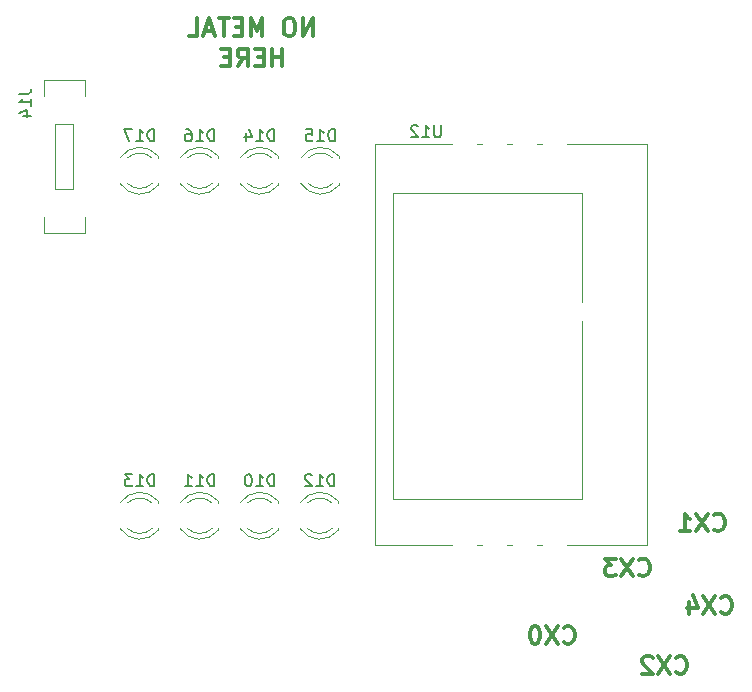
<source format=gbr>
G04 #@! TF.GenerationSoftware,KiCad,Pcbnew,(5.1.0)-1*
G04 #@! TF.CreationDate,2019-07-07T19:15:54+02:00*
G04 #@! TF.ProjectId,button_v1,62757474-6f6e-45f7-9631-2e6b69636164,rev?*
G04 #@! TF.SameCoordinates,Original*
G04 #@! TF.FileFunction,Legend,Bot*
G04 #@! TF.FilePolarity,Positive*
%FSLAX46Y46*%
G04 Gerber Fmt 4.6, Leading zero omitted, Abs format (unit mm)*
G04 Created by KiCad (PCBNEW (5.1.0)-1) date 2019-07-07 19:15:54*
%MOMM*%
%LPD*%
G04 APERTURE LIST*
%ADD10C,0.300000*%
%ADD11C,0.120000*%
%ADD12C,0.150000*%
%ADD13C,3.302000*%
%ADD14C,1.502000*%
%ADD15O,1.802000X1.802000*%
%ADD16R,1.802000X1.802000*%
%ADD17C,1.902000*%
%ADD18R,1.902000X1.902000*%
%ADD19O,2.102000X1.552000*%
%ADD20O,1.902000X1.252000*%
%ADD21O,0.902000X0.902000*%
%ADD22O,2.302000X1.702000*%
%ADD23C,1.302000*%
%ADD24R,1.602000X1.602000*%
%ADD25C,1.602000*%
%ADD26C,1.702000*%
%ADD27C,0.100000*%
%ADD28R,2.102000X4.702000*%
%ADD29R,2.102000X3.602000*%
%ADD30C,1.626000*%
%ADD31C,3.402000*%
%ADD32C,3.352000*%
%ADD33C,1.622000*%
%ADD34R,1.622000X1.622000*%
G04 APERTURE END LIST*
D10*
X140664285Y-102770714D02*
X140735714Y-102842142D01*
X140950000Y-102913571D01*
X141092857Y-102913571D01*
X141307142Y-102842142D01*
X141450000Y-102699285D01*
X141521428Y-102556428D01*
X141592857Y-102270714D01*
X141592857Y-102056428D01*
X141521428Y-101770714D01*
X141450000Y-101627857D01*
X141307142Y-101485000D01*
X141092857Y-101413571D01*
X140950000Y-101413571D01*
X140735714Y-101485000D01*
X140664285Y-101556428D01*
X140164285Y-101413571D02*
X139164285Y-102913571D01*
X139164285Y-101413571D02*
X140164285Y-102913571D01*
X137807142Y-102913571D02*
X138664285Y-102913571D01*
X138235714Y-102913571D02*
X138235714Y-101413571D01*
X138378571Y-101627857D01*
X138521428Y-101770714D01*
X138664285Y-101842142D01*
X134314285Y-106580714D02*
X134385714Y-106652142D01*
X134600000Y-106723571D01*
X134742857Y-106723571D01*
X134957142Y-106652142D01*
X135100000Y-106509285D01*
X135171428Y-106366428D01*
X135242857Y-106080714D01*
X135242857Y-105866428D01*
X135171428Y-105580714D01*
X135100000Y-105437857D01*
X134957142Y-105295000D01*
X134742857Y-105223571D01*
X134600000Y-105223571D01*
X134385714Y-105295000D01*
X134314285Y-105366428D01*
X133814285Y-105223571D02*
X132814285Y-106723571D01*
X132814285Y-105223571D02*
X133814285Y-106723571D01*
X132385714Y-105223571D02*
X131457142Y-105223571D01*
X131957142Y-105795000D01*
X131742857Y-105795000D01*
X131600000Y-105866428D01*
X131528571Y-105937857D01*
X131457142Y-106080714D01*
X131457142Y-106437857D01*
X131528571Y-106580714D01*
X131600000Y-106652142D01*
X131742857Y-106723571D01*
X132171428Y-106723571D01*
X132314285Y-106652142D01*
X132385714Y-106580714D01*
X141299285Y-109755714D02*
X141370714Y-109827142D01*
X141585000Y-109898571D01*
X141727857Y-109898571D01*
X141942142Y-109827142D01*
X142085000Y-109684285D01*
X142156428Y-109541428D01*
X142227857Y-109255714D01*
X142227857Y-109041428D01*
X142156428Y-108755714D01*
X142085000Y-108612857D01*
X141942142Y-108470000D01*
X141727857Y-108398571D01*
X141585000Y-108398571D01*
X141370714Y-108470000D01*
X141299285Y-108541428D01*
X140799285Y-108398571D02*
X139799285Y-109898571D01*
X139799285Y-108398571D02*
X140799285Y-109898571D01*
X138585000Y-108898571D02*
X138585000Y-109898571D01*
X138942142Y-108327142D02*
X139299285Y-109398571D01*
X138370714Y-109398571D01*
X137489285Y-114835714D02*
X137560714Y-114907142D01*
X137775000Y-114978571D01*
X137917857Y-114978571D01*
X138132142Y-114907142D01*
X138275000Y-114764285D01*
X138346428Y-114621428D01*
X138417857Y-114335714D01*
X138417857Y-114121428D01*
X138346428Y-113835714D01*
X138275000Y-113692857D01*
X138132142Y-113550000D01*
X137917857Y-113478571D01*
X137775000Y-113478571D01*
X137560714Y-113550000D01*
X137489285Y-113621428D01*
X136989285Y-113478571D02*
X135989285Y-114978571D01*
X135989285Y-113478571D02*
X136989285Y-114978571D01*
X135489285Y-113621428D02*
X135417857Y-113550000D01*
X135275000Y-113478571D01*
X134917857Y-113478571D01*
X134775000Y-113550000D01*
X134703571Y-113621428D01*
X134632142Y-113764285D01*
X134632142Y-113907142D01*
X134703571Y-114121428D01*
X135560714Y-114978571D01*
X134632142Y-114978571D01*
X127964285Y-112295714D02*
X128035714Y-112367142D01*
X128250000Y-112438571D01*
X128392857Y-112438571D01*
X128607142Y-112367142D01*
X128750000Y-112224285D01*
X128821428Y-112081428D01*
X128892857Y-111795714D01*
X128892857Y-111581428D01*
X128821428Y-111295714D01*
X128750000Y-111152857D01*
X128607142Y-111010000D01*
X128392857Y-110938571D01*
X128250000Y-110938571D01*
X128035714Y-111010000D01*
X127964285Y-111081428D01*
X127464285Y-110938571D02*
X126464285Y-112438571D01*
X126464285Y-110938571D02*
X127464285Y-112438571D01*
X125607142Y-110938571D02*
X125464285Y-110938571D01*
X125321428Y-111010000D01*
X125250000Y-111081428D01*
X125178571Y-111224285D01*
X125107142Y-111510000D01*
X125107142Y-111867142D01*
X125178571Y-112152857D01*
X125250000Y-112295714D01*
X125321428Y-112367142D01*
X125464285Y-112438571D01*
X125607142Y-112438571D01*
X125750000Y-112367142D01*
X125821428Y-112295714D01*
X125892857Y-112152857D01*
X125964285Y-111867142D01*
X125964285Y-111510000D01*
X125892857Y-111224285D01*
X125821428Y-111081428D01*
X125750000Y-111010000D01*
X125607142Y-110938571D01*
X106742857Y-60998571D02*
X106742857Y-59498571D01*
X105885714Y-60998571D01*
X105885714Y-59498571D01*
X104885714Y-59498571D02*
X104600000Y-59498571D01*
X104457142Y-59570000D01*
X104314285Y-59712857D01*
X104242857Y-59998571D01*
X104242857Y-60498571D01*
X104314285Y-60784285D01*
X104457142Y-60927142D01*
X104600000Y-60998571D01*
X104885714Y-60998571D01*
X105028571Y-60927142D01*
X105171428Y-60784285D01*
X105242857Y-60498571D01*
X105242857Y-59998571D01*
X105171428Y-59712857D01*
X105028571Y-59570000D01*
X104885714Y-59498571D01*
X102457142Y-60998571D02*
X102457142Y-59498571D01*
X101957142Y-60570000D01*
X101457142Y-59498571D01*
X101457142Y-60998571D01*
X100742857Y-60212857D02*
X100242857Y-60212857D01*
X100028571Y-60998571D02*
X100742857Y-60998571D01*
X100742857Y-59498571D01*
X100028571Y-59498571D01*
X99600000Y-59498571D02*
X98742857Y-59498571D01*
X99171428Y-60998571D02*
X99171428Y-59498571D01*
X98314285Y-60570000D02*
X97600000Y-60570000D01*
X98457142Y-60998571D02*
X97957142Y-59498571D01*
X97457142Y-60998571D01*
X96242857Y-60998571D02*
X96957142Y-60998571D01*
X96957142Y-59498571D01*
X104135714Y-63548571D02*
X104135714Y-62048571D01*
X104135714Y-62762857D02*
X103278571Y-62762857D01*
X103278571Y-63548571D02*
X103278571Y-62048571D01*
X102564285Y-62762857D02*
X102064285Y-62762857D01*
X101850000Y-63548571D02*
X102564285Y-63548571D01*
X102564285Y-62048571D01*
X101850000Y-62048571D01*
X100350000Y-63548571D02*
X100850000Y-62834285D01*
X101207142Y-63548571D02*
X101207142Y-62048571D01*
X100635714Y-62048571D01*
X100492857Y-62120000D01*
X100421428Y-62191428D01*
X100350000Y-62334285D01*
X100350000Y-62548571D01*
X100421428Y-62691428D01*
X100492857Y-62762857D01*
X100635714Y-62834285D01*
X101207142Y-62834285D01*
X99707142Y-62762857D02*
X99207142Y-62762857D01*
X98992857Y-63548571D02*
X99707142Y-63548571D01*
X99707142Y-62048571D01*
X98992857Y-62048571D01*
D11*
X91033870Y-73469837D02*
G75*
G03X93115961Y-73470000I1041130J1079837D01*
G01*
X91033870Y-71310163D02*
G75*
G02X93115961Y-71310000I1041130J-1079837D01*
G01*
X90402665Y-73468608D02*
G75*
G03X93635000Y-73625516I1672335J1078608D01*
G01*
X90402665Y-71311392D02*
G75*
G02X93635000Y-71154484I1672335J-1078608D01*
G01*
X93635000Y-73470000D02*
X93635000Y-73626000D01*
X93635000Y-71154000D02*
X93635000Y-71310000D01*
X96113870Y-73469837D02*
G75*
G03X98195961Y-73470000I1041130J1079837D01*
G01*
X96113870Y-71310163D02*
G75*
G02X98195961Y-71310000I1041130J-1079837D01*
G01*
X95482665Y-73468608D02*
G75*
G03X98715000Y-73625516I1672335J1078608D01*
G01*
X95482665Y-71311392D02*
G75*
G02X98715000Y-71154484I1672335J-1078608D01*
G01*
X98715000Y-73470000D02*
X98715000Y-73626000D01*
X98715000Y-71154000D02*
X98715000Y-71310000D01*
X106337370Y-73469837D02*
G75*
G03X108419461Y-73470000I1041130J1079837D01*
G01*
X106337370Y-71310163D02*
G75*
G02X108419461Y-71310000I1041130J-1079837D01*
G01*
X105706165Y-73468608D02*
G75*
G03X108938500Y-73625516I1672335J1078608D01*
G01*
X105706165Y-71311392D02*
G75*
G02X108938500Y-71154484I1672335J-1078608D01*
G01*
X108938500Y-73470000D02*
X108938500Y-73626000D01*
X108938500Y-71154000D02*
X108938500Y-71310000D01*
X101193870Y-73469837D02*
G75*
G03X103275961Y-73470000I1041130J1079837D01*
G01*
X101193870Y-71310163D02*
G75*
G02X103275961Y-71310000I1041130J-1079837D01*
G01*
X100562665Y-73468608D02*
G75*
G03X103795000Y-73625516I1672335J1078608D01*
G01*
X100562665Y-71311392D02*
G75*
G02X103795000Y-71154484I1672335J-1078608D01*
G01*
X103795000Y-73470000D02*
X103795000Y-73626000D01*
X103795000Y-71154000D02*
X103795000Y-71310000D01*
X91033870Y-102679837D02*
G75*
G03X93115961Y-102680000I1041130J1079837D01*
G01*
X91033870Y-100520163D02*
G75*
G02X93115961Y-100520000I1041130J-1079837D01*
G01*
X90402665Y-102678608D02*
G75*
G03X93635000Y-102835516I1672335J1078608D01*
G01*
X90402665Y-100521392D02*
G75*
G02X93635000Y-100364484I1672335J-1078608D01*
G01*
X93635000Y-102680000D02*
X93635000Y-102836000D01*
X93635000Y-100364000D02*
X93635000Y-100520000D01*
X106273870Y-102679837D02*
G75*
G03X108355961Y-102680000I1041130J1079837D01*
G01*
X106273870Y-100520163D02*
G75*
G02X108355961Y-100520000I1041130J-1079837D01*
G01*
X105642665Y-102678608D02*
G75*
G03X108875000Y-102835516I1672335J1078608D01*
G01*
X105642665Y-100521392D02*
G75*
G02X108875000Y-100364484I1672335J-1078608D01*
G01*
X108875000Y-102680000D02*
X108875000Y-102836000D01*
X108875000Y-100364000D02*
X108875000Y-100520000D01*
X96113870Y-102679837D02*
G75*
G03X98195961Y-102680000I1041130J1079837D01*
G01*
X96113870Y-100520163D02*
G75*
G02X98195961Y-100520000I1041130J-1079837D01*
G01*
X95482665Y-102678608D02*
G75*
G03X98715000Y-102835516I1672335J1078608D01*
G01*
X95482665Y-100521392D02*
G75*
G02X98715000Y-100364484I1672335J-1078608D01*
G01*
X98715000Y-102680000D02*
X98715000Y-102836000D01*
X98715000Y-100364000D02*
X98715000Y-100520000D01*
X101193870Y-102679837D02*
G75*
G03X103275961Y-102680000I1041130J1079837D01*
G01*
X101193870Y-100520163D02*
G75*
G02X103275961Y-100520000I1041130J-1079837D01*
G01*
X100562665Y-102678608D02*
G75*
G03X103795000Y-102835516I1672335J1078608D01*
G01*
X100562665Y-100521392D02*
G75*
G02X103795000Y-100364484I1672335J-1078608D01*
G01*
X103795000Y-102680000D02*
X103795000Y-102836000D01*
X103795000Y-100364000D02*
X103795000Y-100520000D01*
X86426000Y-68434000D02*
X84926000Y-68434000D01*
X86426000Y-73934000D02*
X86426000Y-68434000D01*
X84926000Y-73934000D02*
X86426000Y-73934000D01*
X84926000Y-68434000D02*
X84926000Y-73934000D01*
X87426000Y-77684000D02*
X87426000Y-76284000D01*
X83926000Y-77684000D02*
X83926000Y-76284000D01*
X87426000Y-77684000D02*
X83926000Y-77684000D01*
X87426000Y-66084000D02*
X87426000Y-64684000D01*
X83926000Y-64684000D02*
X83926000Y-66084000D01*
X87426000Y-64684000D02*
X83926000Y-64684000D01*
X129540000Y-74295000D02*
X129540000Y-100203000D01*
X113538000Y-74295000D02*
X129540000Y-74295000D01*
X113538000Y-100203000D02*
X129540000Y-100203000D01*
X113538000Y-74295000D02*
X113538000Y-100203000D01*
X135014000Y-70104000D02*
X112014000Y-70104000D01*
X135014000Y-104104000D02*
X135014000Y-70104000D01*
X112014000Y-104104000D02*
X135014000Y-104104000D01*
X112014000Y-70104000D02*
X112014000Y-104104000D01*
D12*
X93289285Y-69882380D02*
X93289285Y-68882380D01*
X93051190Y-68882380D01*
X92908333Y-68930000D01*
X92813095Y-69025238D01*
X92765476Y-69120476D01*
X92717857Y-69310952D01*
X92717857Y-69453809D01*
X92765476Y-69644285D01*
X92813095Y-69739523D01*
X92908333Y-69834761D01*
X93051190Y-69882380D01*
X93289285Y-69882380D01*
X91765476Y-69882380D02*
X92336904Y-69882380D01*
X92051190Y-69882380D02*
X92051190Y-68882380D01*
X92146428Y-69025238D01*
X92241666Y-69120476D01*
X92336904Y-69168095D01*
X91432142Y-68882380D02*
X90765476Y-68882380D01*
X91194047Y-69882380D01*
X98369285Y-69882380D02*
X98369285Y-68882380D01*
X98131190Y-68882380D01*
X97988333Y-68930000D01*
X97893095Y-69025238D01*
X97845476Y-69120476D01*
X97797857Y-69310952D01*
X97797857Y-69453809D01*
X97845476Y-69644285D01*
X97893095Y-69739523D01*
X97988333Y-69834761D01*
X98131190Y-69882380D01*
X98369285Y-69882380D01*
X96845476Y-69882380D02*
X97416904Y-69882380D01*
X97131190Y-69882380D02*
X97131190Y-68882380D01*
X97226428Y-69025238D01*
X97321666Y-69120476D01*
X97416904Y-69168095D01*
X95988333Y-68882380D02*
X96178809Y-68882380D01*
X96274047Y-68930000D01*
X96321666Y-68977619D01*
X96416904Y-69120476D01*
X96464523Y-69310952D01*
X96464523Y-69691904D01*
X96416904Y-69787142D01*
X96369285Y-69834761D01*
X96274047Y-69882380D01*
X96083571Y-69882380D01*
X95988333Y-69834761D01*
X95940714Y-69787142D01*
X95893095Y-69691904D01*
X95893095Y-69453809D01*
X95940714Y-69358571D01*
X95988333Y-69310952D01*
X96083571Y-69263333D01*
X96274047Y-69263333D01*
X96369285Y-69310952D01*
X96416904Y-69358571D01*
X96464523Y-69453809D01*
X108592785Y-69882380D02*
X108592785Y-68882380D01*
X108354690Y-68882380D01*
X108211833Y-68930000D01*
X108116595Y-69025238D01*
X108068976Y-69120476D01*
X108021357Y-69310952D01*
X108021357Y-69453809D01*
X108068976Y-69644285D01*
X108116595Y-69739523D01*
X108211833Y-69834761D01*
X108354690Y-69882380D01*
X108592785Y-69882380D01*
X107068976Y-69882380D02*
X107640404Y-69882380D01*
X107354690Y-69882380D02*
X107354690Y-68882380D01*
X107449928Y-69025238D01*
X107545166Y-69120476D01*
X107640404Y-69168095D01*
X106164214Y-68882380D02*
X106640404Y-68882380D01*
X106688023Y-69358571D01*
X106640404Y-69310952D01*
X106545166Y-69263333D01*
X106307071Y-69263333D01*
X106211833Y-69310952D01*
X106164214Y-69358571D01*
X106116595Y-69453809D01*
X106116595Y-69691904D01*
X106164214Y-69787142D01*
X106211833Y-69834761D01*
X106307071Y-69882380D01*
X106545166Y-69882380D01*
X106640404Y-69834761D01*
X106688023Y-69787142D01*
X103449285Y-69882380D02*
X103449285Y-68882380D01*
X103211190Y-68882380D01*
X103068333Y-68930000D01*
X102973095Y-69025238D01*
X102925476Y-69120476D01*
X102877857Y-69310952D01*
X102877857Y-69453809D01*
X102925476Y-69644285D01*
X102973095Y-69739523D01*
X103068333Y-69834761D01*
X103211190Y-69882380D01*
X103449285Y-69882380D01*
X101925476Y-69882380D02*
X102496904Y-69882380D01*
X102211190Y-69882380D02*
X102211190Y-68882380D01*
X102306428Y-69025238D01*
X102401666Y-69120476D01*
X102496904Y-69168095D01*
X101068333Y-69215714D02*
X101068333Y-69882380D01*
X101306428Y-68834761D02*
X101544523Y-69549047D01*
X100925476Y-69549047D01*
X93289285Y-99092380D02*
X93289285Y-98092380D01*
X93051190Y-98092380D01*
X92908333Y-98140000D01*
X92813095Y-98235238D01*
X92765476Y-98330476D01*
X92717857Y-98520952D01*
X92717857Y-98663809D01*
X92765476Y-98854285D01*
X92813095Y-98949523D01*
X92908333Y-99044761D01*
X93051190Y-99092380D01*
X93289285Y-99092380D01*
X91765476Y-99092380D02*
X92336904Y-99092380D01*
X92051190Y-99092380D02*
X92051190Y-98092380D01*
X92146428Y-98235238D01*
X92241666Y-98330476D01*
X92336904Y-98378095D01*
X91432142Y-98092380D02*
X90813095Y-98092380D01*
X91146428Y-98473333D01*
X91003571Y-98473333D01*
X90908333Y-98520952D01*
X90860714Y-98568571D01*
X90813095Y-98663809D01*
X90813095Y-98901904D01*
X90860714Y-98997142D01*
X90908333Y-99044761D01*
X91003571Y-99092380D01*
X91289285Y-99092380D01*
X91384523Y-99044761D01*
X91432142Y-98997142D01*
X108529285Y-99092380D02*
X108529285Y-98092380D01*
X108291190Y-98092380D01*
X108148333Y-98140000D01*
X108053095Y-98235238D01*
X108005476Y-98330476D01*
X107957857Y-98520952D01*
X107957857Y-98663809D01*
X108005476Y-98854285D01*
X108053095Y-98949523D01*
X108148333Y-99044761D01*
X108291190Y-99092380D01*
X108529285Y-99092380D01*
X107005476Y-99092380D02*
X107576904Y-99092380D01*
X107291190Y-99092380D02*
X107291190Y-98092380D01*
X107386428Y-98235238D01*
X107481666Y-98330476D01*
X107576904Y-98378095D01*
X106624523Y-98187619D02*
X106576904Y-98140000D01*
X106481666Y-98092380D01*
X106243571Y-98092380D01*
X106148333Y-98140000D01*
X106100714Y-98187619D01*
X106053095Y-98282857D01*
X106053095Y-98378095D01*
X106100714Y-98520952D01*
X106672142Y-99092380D01*
X106053095Y-99092380D01*
X98369285Y-99092380D02*
X98369285Y-98092380D01*
X98131190Y-98092380D01*
X97988333Y-98140000D01*
X97893095Y-98235238D01*
X97845476Y-98330476D01*
X97797857Y-98520952D01*
X97797857Y-98663809D01*
X97845476Y-98854285D01*
X97893095Y-98949523D01*
X97988333Y-99044761D01*
X98131190Y-99092380D01*
X98369285Y-99092380D01*
X96845476Y-99092380D02*
X97416904Y-99092380D01*
X97131190Y-99092380D02*
X97131190Y-98092380D01*
X97226428Y-98235238D01*
X97321666Y-98330476D01*
X97416904Y-98378095D01*
X95893095Y-99092380D02*
X96464523Y-99092380D01*
X96178809Y-99092380D02*
X96178809Y-98092380D01*
X96274047Y-98235238D01*
X96369285Y-98330476D01*
X96464523Y-98378095D01*
X103449285Y-99092380D02*
X103449285Y-98092380D01*
X103211190Y-98092380D01*
X103068333Y-98140000D01*
X102973095Y-98235238D01*
X102925476Y-98330476D01*
X102877857Y-98520952D01*
X102877857Y-98663809D01*
X102925476Y-98854285D01*
X102973095Y-98949523D01*
X103068333Y-99044761D01*
X103211190Y-99092380D01*
X103449285Y-99092380D01*
X101925476Y-99092380D02*
X102496904Y-99092380D01*
X102211190Y-99092380D02*
X102211190Y-98092380D01*
X102306428Y-98235238D01*
X102401666Y-98330476D01*
X102496904Y-98378095D01*
X101306428Y-98092380D02*
X101211190Y-98092380D01*
X101115952Y-98140000D01*
X101068333Y-98187619D01*
X101020714Y-98282857D01*
X100973095Y-98473333D01*
X100973095Y-98711428D01*
X101020714Y-98901904D01*
X101068333Y-98997142D01*
X101115952Y-99044761D01*
X101211190Y-99092380D01*
X101306428Y-99092380D01*
X101401666Y-99044761D01*
X101449285Y-98997142D01*
X101496904Y-98901904D01*
X101544523Y-98711428D01*
X101544523Y-98473333D01*
X101496904Y-98282857D01*
X101449285Y-98187619D01*
X101401666Y-98140000D01*
X101306428Y-98092380D01*
X81878380Y-65874476D02*
X82592666Y-65874476D01*
X82735523Y-65826857D01*
X82830761Y-65731619D01*
X82878380Y-65588761D01*
X82878380Y-65493523D01*
X82878380Y-66874476D02*
X82878380Y-66303047D01*
X82878380Y-66588761D02*
X81878380Y-66588761D01*
X82021238Y-66493523D01*
X82116476Y-66398285D01*
X82164095Y-66303047D01*
X82211714Y-67731619D02*
X82878380Y-67731619D01*
X81830761Y-67493523D02*
X82545047Y-67255428D01*
X82545047Y-67874476D01*
X117570095Y-68540380D02*
X117570095Y-69349904D01*
X117522476Y-69445142D01*
X117474857Y-69492761D01*
X117379619Y-69540380D01*
X117189142Y-69540380D01*
X117093904Y-69492761D01*
X117046285Y-69445142D01*
X116998666Y-69349904D01*
X116998666Y-68540380D01*
X115998666Y-69540380D02*
X116570095Y-69540380D01*
X116284380Y-69540380D02*
X116284380Y-68540380D01*
X116379619Y-68683238D01*
X116474857Y-68778476D01*
X116570095Y-68826095D01*
X115617714Y-68635619D02*
X115570095Y-68588000D01*
X115474857Y-68540380D01*
X115236761Y-68540380D01*
X115141523Y-68588000D01*
X115093904Y-68635619D01*
X115046285Y-68730857D01*
X115046285Y-68826095D01*
X115093904Y-68968952D01*
X115665333Y-69540380D01*
X115046285Y-69540380D01*
%LPC*%
D13*
X157922848Y-123951873D03*
X87884000Y-123951873D03*
X87884000Y-60430562D03*
X157923001Y-60430562D03*
D14*
X114681000Y-93853000D03*
D15*
X132588000Y-84328000D03*
X130048000Y-84328000D03*
D16*
X127508000Y-84328000D03*
D17*
X90805000Y-72390000D03*
D18*
X93345000Y-72390000D03*
D17*
X95885000Y-72390000D03*
D18*
X98425000Y-72390000D03*
D17*
X106108500Y-72390000D03*
D18*
X108648500Y-72390000D03*
D17*
X100965000Y-72390000D03*
D18*
X103505000Y-72390000D03*
D17*
X90805000Y-101600000D03*
D18*
X93345000Y-101600000D03*
D17*
X106045000Y-101600000D03*
D18*
X108585000Y-101600000D03*
D17*
X95885000Y-101600000D03*
D18*
X98425000Y-101600000D03*
D17*
X100965000Y-101600000D03*
D18*
X103505000Y-101600000D03*
D17*
X106727000Y-105129000D03*
X96727000Y-105029000D03*
D19*
X171505000Y-106785500D03*
X171505000Y-99335500D03*
D20*
X175305000Y-106935500D03*
X175305000Y-99185500D03*
D21*
X172555000Y-105560500D03*
X172555000Y-100560500D03*
D22*
X175319000Y-89167000D03*
X173319000Y-93967000D03*
X168319000Y-89167000D03*
D23*
X175319000Y-91567000D03*
X169319000Y-91567000D03*
D17*
X118110000Y-64770000D03*
D18*
X115570000Y-64770000D03*
D17*
X129540000Y-64770000D03*
D18*
X127000000Y-64770000D03*
D17*
X129540000Y-57785000D03*
D18*
X127000000Y-57785000D03*
D17*
X151130000Y-64770000D03*
D18*
X148590000Y-64770000D03*
D17*
X118110000Y-57785000D03*
D18*
X115570000Y-57785000D03*
D17*
X140970000Y-64770000D03*
D18*
X138430000Y-64770000D03*
D17*
X140970000Y-57785000D03*
D18*
X138430000Y-57785000D03*
D17*
X151130000Y-57785000D03*
D18*
X148590000Y-57785000D03*
D13*
X171196000Y-68580000D03*
X171196000Y-80010000D03*
D24*
X164846000Y-78740000D03*
D25*
X162306000Y-77470000D03*
X164846000Y-76200000D03*
X162306000Y-74930000D03*
X164846000Y-73660000D03*
X162306000Y-72390000D03*
X164846000Y-71120000D03*
X162306000Y-69850000D03*
D26*
X83976000Y-71184000D03*
X87376000Y-71184000D03*
X83976000Y-67184000D03*
X83976000Y-69184000D03*
X83976000Y-73184000D03*
X83976000Y-75184000D03*
X87376000Y-75184000D03*
X87376000Y-73184000D03*
X87376000Y-69184000D03*
D27*
G36*
X87843206Y-66335049D02*
G01*
X87884511Y-66341176D01*
X87925016Y-66351322D01*
X87964332Y-66365389D01*
X88002079Y-66383243D01*
X88037895Y-66404710D01*
X88071434Y-66429584D01*
X88102374Y-66457626D01*
X88130416Y-66488566D01*
X88155290Y-66522105D01*
X88176757Y-66557921D01*
X88194611Y-66595668D01*
X88208678Y-66634984D01*
X88218824Y-66675489D01*
X88224951Y-66716794D01*
X88227000Y-66758500D01*
X88227000Y-67609500D01*
X88224951Y-67651206D01*
X88218824Y-67692511D01*
X88208678Y-67733016D01*
X88194611Y-67772332D01*
X88176757Y-67810079D01*
X88155290Y-67845895D01*
X88130416Y-67879434D01*
X88102374Y-67910374D01*
X88071434Y-67938416D01*
X88037895Y-67963290D01*
X88002079Y-67984757D01*
X87964332Y-68002611D01*
X87925016Y-68016678D01*
X87884511Y-68026824D01*
X87843206Y-68032951D01*
X87801500Y-68035000D01*
X86950500Y-68035000D01*
X86908794Y-68032951D01*
X86867489Y-68026824D01*
X86826984Y-68016678D01*
X86787668Y-68002611D01*
X86749921Y-67984757D01*
X86714105Y-67963290D01*
X86680566Y-67938416D01*
X86649626Y-67910374D01*
X86621584Y-67879434D01*
X86596710Y-67845895D01*
X86575243Y-67810079D01*
X86557389Y-67772332D01*
X86543322Y-67733016D01*
X86533176Y-67692511D01*
X86527049Y-67651206D01*
X86525000Y-67609500D01*
X86525000Y-66758500D01*
X86527049Y-66716794D01*
X86533176Y-66675489D01*
X86543322Y-66634984D01*
X86557389Y-66595668D01*
X86575243Y-66557921D01*
X86596710Y-66522105D01*
X86621584Y-66488566D01*
X86649626Y-66457626D01*
X86680566Y-66429584D01*
X86714105Y-66404710D01*
X86749921Y-66383243D01*
X86787668Y-66365389D01*
X86826984Y-66351322D01*
X86867489Y-66341176D01*
X86908794Y-66335049D01*
X86950500Y-66333000D01*
X87801500Y-66333000D01*
X87843206Y-66335049D01*
X87843206Y-66335049D01*
G37*
D26*
X87376000Y-67184000D03*
D28*
X127254000Y-70304000D03*
X124714000Y-70304000D03*
X122174000Y-70304000D03*
D29*
X127254000Y-104794000D03*
X124714000Y-104794000D03*
X122174000Y-104794000D03*
D28*
X119634000Y-70304000D03*
D29*
X119634000Y-104794000D03*
D30*
X127254000Y-71628000D03*
X124714000Y-71628000D03*
X122174000Y-71628000D03*
X119634000Y-71628000D03*
D14*
X137668000Y-107442000D03*
X136525000Y-104902000D03*
X135318500Y-112014000D03*
X136525000Y-101981000D03*
X130619500Y-111696500D03*
D27*
G36*
X74868344Y-75642957D02*
G01*
X74907804Y-75648811D01*
X74946501Y-75658504D01*
X74984061Y-75671943D01*
X75020123Y-75688999D01*
X75054339Y-75709508D01*
X75086381Y-75733271D01*
X75115939Y-75760061D01*
X75142729Y-75789619D01*
X75166492Y-75821661D01*
X75187001Y-75855877D01*
X75204057Y-75891939D01*
X75217496Y-75929499D01*
X75227189Y-75968196D01*
X75233043Y-76007656D01*
X75235000Y-76047500D01*
X75235000Y-76860500D01*
X75233043Y-76900344D01*
X75227189Y-76939804D01*
X75217496Y-76978501D01*
X75204057Y-77016061D01*
X75187001Y-77052123D01*
X75166492Y-77086339D01*
X75142729Y-77118381D01*
X75115939Y-77147939D01*
X75086381Y-77174729D01*
X75054339Y-77198492D01*
X75020123Y-77219001D01*
X74984061Y-77236057D01*
X74946501Y-77249496D01*
X74907804Y-77259189D01*
X74868344Y-77265043D01*
X74828500Y-77267000D01*
X74015500Y-77267000D01*
X73975656Y-77265043D01*
X73936196Y-77259189D01*
X73897499Y-77249496D01*
X73859939Y-77236057D01*
X73823877Y-77219001D01*
X73789661Y-77198492D01*
X73757619Y-77174729D01*
X73728061Y-77147939D01*
X73701271Y-77118381D01*
X73677508Y-77086339D01*
X73656999Y-77052123D01*
X73639943Y-77016061D01*
X73626504Y-76978501D01*
X73616811Y-76939804D01*
X73610957Y-76900344D01*
X73609000Y-76860500D01*
X73609000Y-76047500D01*
X73610957Y-76007656D01*
X73616811Y-75968196D01*
X73626504Y-75929499D01*
X73639943Y-75891939D01*
X73656999Y-75855877D01*
X73677508Y-75821661D01*
X73701271Y-75789619D01*
X73728061Y-75760061D01*
X73757619Y-75733271D01*
X73789661Y-75709508D01*
X73823877Y-75688999D01*
X73859939Y-75671943D01*
X73897499Y-75658504D01*
X73936196Y-75648811D01*
X73975656Y-75642957D01*
X74015500Y-75641000D01*
X74828500Y-75641000D01*
X74868344Y-75642957D01*
X74868344Y-75642957D01*
G37*
D30*
X74422000Y-76454000D03*
X74422000Y-78994000D03*
X74422000Y-81534000D03*
X74422000Y-84074000D03*
X74422000Y-86614000D03*
X74422000Y-89154000D03*
X74422000Y-91694000D03*
X74422000Y-94234000D03*
X74422000Y-96774000D03*
X74422000Y-99314000D03*
X74422000Y-101854000D03*
X74422000Y-104394000D03*
X74422000Y-106934000D03*
X74422000Y-109474000D03*
D27*
G36*
X156148344Y-88342957D02*
G01*
X156187804Y-88348811D01*
X156226501Y-88358504D01*
X156264061Y-88371943D01*
X156300123Y-88388999D01*
X156334339Y-88409508D01*
X156366381Y-88433271D01*
X156395939Y-88460061D01*
X156422729Y-88489619D01*
X156446492Y-88521661D01*
X156467001Y-88555877D01*
X156484057Y-88591939D01*
X156497496Y-88629499D01*
X156507189Y-88668196D01*
X156513043Y-88707656D01*
X156515000Y-88747500D01*
X156515000Y-89560500D01*
X156513043Y-89600344D01*
X156507189Y-89639804D01*
X156497496Y-89678501D01*
X156484057Y-89716061D01*
X156467001Y-89752123D01*
X156446492Y-89786339D01*
X156422729Y-89818381D01*
X156395939Y-89847939D01*
X156366381Y-89874729D01*
X156334339Y-89898492D01*
X156300123Y-89919001D01*
X156264061Y-89936057D01*
X156226501Y-89949496D01*
X156187804Y-89959189D01*
X156148344Y-89965043D01*
X156108500Y-89967000D01*
X155295500Y-89967000D01*
X155255656Y-89965043D01*
X155216196Y-89959189D01*
X155177499Y-89949496D01*
X155139939Y-89936057D01*
X155103877Y-89919001D01*
X155069661Y-89898492D01*
X155037619Y-89874729D01*
X155008061Y-89847939D01*
X154981271Y-89818381D01*
X154957508Y-89786339D01*
X154936999Y-89752123D01*
X154919943Y-89716061D01*
X154906504Y-89678501D01*
X154896811Y-89639804D01*
X154890957Y-89600344D01*
X154889000Y-89560500D01*
X154889000Y-88747500D01*
X154890957Y-88707656D01*
X154896811Y-88668196D01*
X154906504Y-88629499D01*
X154919943Y-88591939D01*
X154936999Y-88555877D01*
X154957508Y-88521661D01*
X154981271Y-88489619D01*
X155008061Y-88460061D01*
X155037619Y-88433271D01*
X155069661Y-88409508D01*
X155103877Y-88388999D01*
X155139939Y-88371943D01*
X155177499Y-88358504D01*
X155216196Y-88348811D01*
X155255656Y-88342957D01*
X155295500Y-88341000D01*
X156108500Y-88341000D01*
X156148344Y-88342957D01*
X156148344Y-88342957D01*
G37*
D30*
X155702000Y-89154000D03*
X155702000Y-91694000D03*
X155702000Y-94234000D03*
X155702000Y-96774000D03*
D31*
X79502000Y-114964000D03*
X79502000Y-70964000D03*
X155702000Y-70964000D03*
X155702000Y-114964000D03*
D15*
X105664000Y-91694000D03*
X103124000Y-91694000D03*
X100584000Y-91694000D03*
D16*
X98044000Y-91694000D03*
D32*
X149855000Y-124968000D03*
D33*
X147955000Y-118618000D03*
X146685000Y-116078000D03*
X145415000Y-118618000D03*
X144145000Y-116078000D03*
X142875000Y-118618000D03*
D32*
X139695000Y-124968000D03*
D34*
X141605000Y-116078000D03*
D32*
X135377000Y-124968000D03*
D33*
X133477000Y-118618000D03*
X132207000Y-116078000D03*
X130937000Y-118618000D03*
X129667000Y-116078000D03*
X128397000Y-118618000D03*
D32*
X125217000Y-124968000D03*
D34*
X127127000Y-116078000D03*
D32*
X120899000Y-124968000D03*
D33*
X118999000Y-118618000D03*
X117729000Y-116078000D03*
X116459000Y-118618000D03*
X115189000Y-116078000D03*
X113919000Y-118618000D03*
D32*
X110739000Y-124968000D03*
D34*
X112649000Y-116078000D03*
D32*
X106421000Y-124968000D03*
D33*
X104521000Y-118618000D03*
X103251000Y-116078000D03*
X101981000Y-118618000D03*
X100711000Y-116078000D03*
X99441000Y-118618000D03*
D32*
X96261000Y-124968000D03*
D34*
X98171000Y-116078000D03*
M02*

</source>
